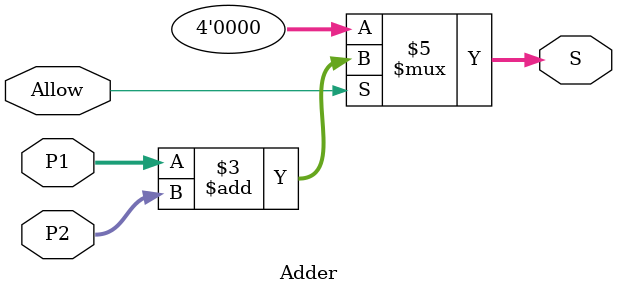
<source format=v>
module Adder(P1,P2,Allow,S);
 input [3:0]P1,P2;
 input Allow;
 output [3:0]S;
 reg [3:0]S;
always@(P1,P2,Allow)
  begin
   if (Allow==1)
    begin
     S=P1+P2;
    end
   else
    begin
     S=4'b0;
    end
   end
endmodule


</source>
